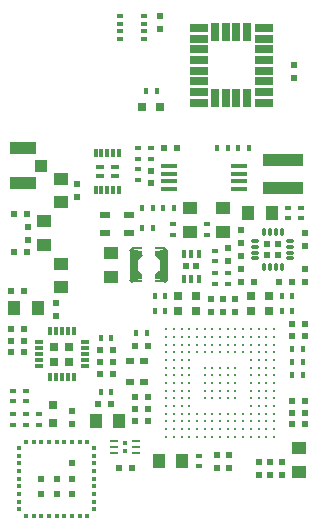
<source format=gtp>
G04 #@! TF.FileFunction,Paste,Top*
%FSLAX46Y46*%
G04 Gerber Fmt 4.6, Leading zero omitted, Abs format (unit mm)*
G04 Created by KiCad (PCBNEW 4.0.2+dfsg1-stable) date Di 04 Apr 2017 02:29:59 CEST*
%MOMM*%
G01*
G04 APERTURE LIST*
%ADD10C,0.100000*%
%ADD11R,0.900000X0.500000*%
%ADD12R,0.600000X0.500000*%
%ADD13R,1.450000X0.450000*%
%ADD14R,0.800000X0.600000*%
%ADD15R,0.500000X0.600000*%
%ADD16R,0.500000X0.350000*%
%ADD17R,0.400000X0.600000*%
%ADD18R,0.600000X0.400000*%
%ADD19O,0.750000X0.300000*%
%ADD20O,0.300000X0.750000*%
%ADD21R,0.540000X0.540000*%
%ADD22R,1.000000X1.250000*%
%ADD23R,0.300000X0.650000*%
%ADD24R,0.744000X0.465000*%
%ADD25R,0.300000X0.400000*%
%ADD26R,0.400000X0.300000*%
%ADD27R,0.500000X0.500000*%
%ADD28R,0.300000X0.730000*%
%ADD29R,0.730000X0.300000*%
%ADD30R,0.750000X0.750000*%
%ADD31R,0.350000X0.650000*%
%ADD32R,0.480000X0.600000*%
%ADD33R,1.250000X1.000000*%
%ADD34R,0.797560X0.797560*%
%ADD35R,0.762000X2.540000*%
%ADD36R,0.889000X0.254000*%
%ADD37R,0.381000X0.444500*%
%ADD38C,0.300000*%
%ADD39R,1.600000X0.700000*%
%ADD40R,0.700000X1.600000*%
%ADD41R,0.700000X0.250000*%
%ADD42R,0.366000X0.426000*%
%ADD43R,2.200000X1.050000*%
%ADD44R,1.050000X1.000000*%
%ADD45R,3.400000X0.980000*%
G04 APERTURE END LIST*
D10*
D11*
X57900000Y-99050000D03*
X57900000Y-97550000D03*
D12*
X58150000Y-119000000D03*
X57050000Y-119000000D03*
D13*
X67250000Y-95375000D03*
X67250000Y-94725000D03*
X67250000Y-94075000D03*
X67250000Y-93425000D03*
X61350000Y-93425000D03*
X61350000Y-94075000D03*
X61350000Y-94725000D03*
X61350000Y-95375000D03*
D12*
X58450000Y-108650000D03*
X59550000Y-108650000D03*
D14*
X58000000Y-109900000D03*
X59200000Y-109900000D03*
X58000000Y-111700000D03*
X59200000Y-111700000D03*
D12*
X58450000Y-115000000D03*
X59550000Y-115000000D03*
D15*
X60570000Y-81800000D03*
X60570000Y-80700000D03*
D16*
X59195000Y-82675000D03*
X59195000Y-82025000D03*
X59195000Y-81375000D03*
X59195000Y-80725000D03*
X57145000Y-82675000D03*
X57145000Y-82025000D03*
X57145000Y-81375000D03*
X57145000Y-80725000D03*
D17*
X55550000Y-107950000D03*
X56450000Y-107950000D03*
D18*
X59800000Y-91900000D03*
X59800000Y-92800000D03*
X66300000Y-102500000D03*
X66300000Y-103400000D03*
D15*
X66300000Y-100350000D03*
X66300000Y-101450000D03*
D19*
X68625000Y-99750000D03*
X68625000Y-100250000D03*
X68625000Y-100750000D03*
X68625000Y-101250000D03*
D20*
X69350000Y-101975000D03*
X69850000Y-101975000D03*
X70350000Y-101975000D03*
X70850000Y-101975000D03*
D19*
X71575000Y-101250000D03*
X71575000Y-100750000D03*
X71575000Y-100250000D03*
X71575000Y-99750000D03*
D20*
X70850000Y-99025000D03*
X70350000Y-99025000D03*
X69850000Y-99025000D03*
X69350000Y-99025000D03*
D21*
X70550000Y-100950000D03*
X70550000Y-100050000D03*
X69650000Y-100950000D03*
X69650000Y-100050000D03*
D22*
X70050000Y-97400000D03*
X68050000Y-97400000D03*
D23*
X55100000Y-95450000D03*
X55600000Y-95450000D03*
X56100000Y-95450000D03*
X56600000Y-95450000D03*
X57100000Y-95450000D03*
X57100000Y-92350000D03*
X56600000Y-92350000D03*
X56100000Y-92350000D03*
X55600000Y-92350000D03*
X55100000Y-92350000D03*
D24*
X56720000Y-93512500D03*
X55480000Y-93512500D03*
X56720000Y-94287500D03*
X55480000Y-94287500D03*
D15*
X59800000Y-93800000D03*
X59800000Y-94900000D03*
D18*
X58700000Y-94600000D03*
X58700000Y-93700000D03*
D17*
X59950000Y-98700000D03*
X59050000Y-98700000D03*
D25*
X49200000Y-123050000D03*
X49850000Y-123050000D03*
X50500000Y-123050000D03*
X51150000Y-123050000D03*
X51800000Y-123050000D03*
X52450000Y-123050000D03*
X53100000Y-123050000D03*
X53750000Y-123050000D03*
X54400000Y-123050000D03*
D26*
X54950000Y-121850000D03*
X54950000Y-121200000D03*
X54950000Y-120550000D03*
X54950000Y-119900000D03*
X54950000Y-119250000D03*
X54950000Y-118600000D03*
X54950000Y-117950000D03*
X54950000Y-117300000D03*
D25*
X54400000Y-116750000D03*
D26*
X54950000Y-122500000D03*
D25*
X53750000Y-116750000D03*
X53100000Y-116750000D03*
X52450000Y-116750000D03*
X51800000Y-116750000D03*
X51150000Y-116750000D03*
X50500000Y-116750000D03*
X49850000Y-116750000D03*
X49200000Y-116750000D03*
D26*
X48650000Y-117300000D03*
X48650000Y-117950000D03*
X48650000Y-118600000D03*
X48650000Y-119250000D03*
X48650000Y-119900000D03*
X48650000Y-120550000D03*
X48650000Y-121200000D03*
X48650000Y-121850000D03*
X48650000Y-122500000D03*
D27*
X51800000Y-119900000D03*
X51800000Y-121200000D03*
X50500000Y-119900000D03*
X50500000Y-121200000D03*
X53100000Y-119900000D03*
X53100000Y-121200000D03*
X53100000Y-118600000D03*
D12*
X49050000Y-108200000D03*
X47950000Y-108200000D03*
X71700000Y-107800000D03*
X72800000Y-107800000D03*
D15*
X53100000Y-115250000D03*
X53100000Y-114150000D03*
D18*
X49200000Y-112450000D03*
X49200000Y-113350000D03*
D17*
X60100000Y-104400000D03*
X61000000Y-104400000D03*
D12*
X56550000Y-111000000D03*
X55450000Y-111000000D03*
D18*
X48100000Y-114450000D03*
X48100000Y-115350000D03*
X50300000Y-114450000D03*
X50300000Y-115350000D03*
X48100000Y-112450000D03*
X48100000Y-113350000D03*
D28*
X53250000Y-107385000D03*
X52750000Y-107385000D03*
X52250000Y-107385000D03*
X51750000Y-107385000D03*
X51250000Y-107385000D03*
D29*
X50285000Y-108350000D03*
X50285000Y-108850000D03*
X50285000Y-109350000D03*
X50285000Y-109850000D03*
X50285000Y-110350000D03*
D28*
X51250000Y-111315000D03*
X51750000Y-111315000D03*
X52250000Y-111315000D03*
X52750000Y-111315000D03*
X53250000Y-111315000D03*
D29*
X54215000Y-110350000D03*
X54215000Y-109850000D03*
X54215000Y-109350000D03*
X54215000Y-108850000D03*
X54215000Y-108350000D03*
D30*
X51625000Y-109975000D03*
X52875000Y-109975000D03*
X51625000Y-108725000D03*
X52875000Y-108725000D03*
D31*
X62550000Y-102950000D03*
X63200000Y-102950000D03*
X63850000Y-102950000D03*
X63850000Y-100850000D03*
X63200000Y-100850000D03*
X62550000Y-100850000D03*
D32*
X63600000Y-101900000D03*
X62800000Y-101900000D03*
D12*
X60900000Y-91900000D03*
X62000000Y-91900000D03*
D33*
X63100000Y-99000000D03*
X63100000Y-97000000D03*
X56400000Y-102800000D03*
X56400000Y-100800000D03*
D15*
X67400000Y-99950000D03*
X67400000Y-98850000D03*
X67400000Y-101050000D03*
X67400000Y-102150000D03*
X72800000Y-100150000D03*
X72800000Y-99050000D03*
D12*
X68550000Y-103200000D03*
X67450000Y-103200000D03*
X70650000Y-103200000D03*
X71750000Y-103200000D03*
D15*
X72800000Y-102100000D03*
X72800000Y-103200000D03*
D12*
X49050000Y-107200000D03*
X47950000Y-107200000D03*
X49050000Y-109200000D03*
X47950000Y-109200000D03*
X56550000Y-109000000D03*
X55450000Y-109000000D03*
X49050000Y-104000000D03*
X47950000Y-104000000D03*
D15*
X51750000Y-105050000D03*
X51750000Y-106150000D03*
D12*
X55350000Y-113600000D03*
X56450000Y-113600000D03*
D15*
X68900000Y-118450000D03*
X68900000Y-119550000D03*
X69900000Y-118450000D03*
X69900000Y-119550000D03*
X70900000Y-118450000D03*
X70900000Y-119550000D03*
D12*
X59550000Y-113000000D03*
X58450000Y-113000000D03*
D15*
X64900000Y-105750000D03*
X64900000Y-104650000D03*
D12*
X71700000Y-106800000D03*
X72800000Y-106800000D03*
D15*
X65400000Y-117850000D03*
X65400000Y-118950000D03*
D12*
X71700000Y-114300000D03*
X72800000Y-114300000D03*
D15*
X66900000Y-105750000D03*
X66900000Y-104650000D03*
X66400000Y-117850000D03*
X66400000Y-118950000D03*
D12*
X71700000Y-113300000D03*
X72800000Y-113300000D03*
D15*
X65900000Y-105750000D03*
X65900000Y-104650000D03*
D12*
X58450000Y-114000000D03*
X59550000Y-114000000D03*
X71700000Y-115300000D03*
X72800000Y-115300000D03*
D34*
X69749300Y-105700000D03*
X68250700Y-105700000D03*
X69749300Y-104400000D03*
X68250700Y-104400000D03*
X62100000Y-104400000D03*
X63598600Y-104400000D03*
X62100000Y-105700000D03*
X63598600Y-105700000D03*
X51500000Y-115149300D03*
X51500000Y-113650700D03*
D18*
X58700000Y-92800000D03*
X58700000Y-91900000D03*
X71400000Y-96950000D03*
X71400000Y-97850000D03*
X72500000Y-97850000D03*
X72500000Y-96950000D03*
X64500000Y-98350000D03*
X64500000Y-99250000D03*
X65200000Y-100600000D03*
X65200000Y-101500000D03*
D17*
X71750000Y-105700000D03*
X70850000Y-105700000D03*
X60100000Y-105700000D03*
X61000000Y-105700000D03*
X71750000Y-111100000D03*
X72650000Y-111100000D03*
D11*
X55900000Y-97550000D03*
X55900000Y-99050000D03*
D12*
X56550000Y-110000000D03*
X55450000Y-110000000D03*
D17*
X55550000Y-112550000D03*
X56450000Y-112550000D03*
D33*
X72300000Y-117300000D03*
X72300000Y-119300000D03*
X65900000Y-97000000D03*
X65900000Y-99000000D03*
D17*
X61750000Y-97000000D03*
X60850000Y-97000000D03*
X72650000Y-110000000D03*
X71750000Y-110000000D03*
D35*
X60870000Y-101800000D03*
X58330000Y-101800000D03*
D36*
X60552500Y-103197000D03*
X60552500Y-100403000D03*
X58647500Y-103197000D03*
X58647500Y-100403000D03*
D37*
X60298500Y-100752250D03*
X58901500Y-100752250D03*
X58901500Y-102847750D03*
X60298500Y-102847750D03*
D10*
G36*
X60997000Y-100276038D02*
X61250962Y-100530000D01*
X60997000Y-100783962D01*
X60743038Y-100530000D01*
X60997000Y-100276038D01*
X60997000Y-100276038D01*
G37*
G36*
X60997000Y-102816038D02*
X61250962Y-103070000D01*
X60997000Y-103323962D01*
X60743038Y-103070000D01*
X60997000Y-102816038D01*
X60997000Y-102816038D01*
G37*
G36*
X58203000Y-102816038D02*
X58456962Y-103070000D01*
X58203000Y-103323962D01*
X57949038Y-103070000D01*
X58203000Y-102816038D01*
X58203000Y-102816038D01*
G37*
G36*
X58203000Y-100276038D02*
X58456962Y-100530000D01*
X58203000Y-100783962D01*
X57949038Y-100530000D01*
X58203000Y-100276038D01*
X58203000Y-100276038D01*
G37*
G36*
X60489000Y-100593737D02*
X60869763Y-100974500D01*
X60489000Y-101355263D01*
X60108237Y-100974500D01*
X60489000Y-100593737D01*
X60489000Y-100593737D01*
G37*
G36*
X60489000Y-102244737D02*
X60869763Y-102625500D01*
X60489000Y-103006263D01*
X60108237Y-102625500D01*
X60489000Y-102244737D01*
X60489000Y-102244737D01*
G37*
G36*
X58711000Y-102244737D02*
X59091763Y-102625500D01*
X58711000Y-103006263D01*
X58330237Y-102625500D01*
X58711000Y-102244737D01*
X58711000Y-102244737D01*
G37*
G36*
X58711000Y-100593737D02*
X59091763Y-100974500D01*
X58711000Y-101355263D01*
X58330237Y-100974500D01*
X58711000Y-100593737D01*
X58711000Y-100593737D01*
G37*
D22*
X55100000Y-115000000D03*
X57100000Y-115000000D03*
D17*
X71750000Y-108900000D03*
X72650000Y-108900000D03*
X67200000Y-91900000D03*
X68100000Y-91900000D03*
X65387530Y-91900000D03*
X66287530Y-91900000D03*
D38*
X65650000Y-111800000D03*
X66300000Y-111800000D03*
X66300000Y-112450000D03*
X65650000Y-112450000D03*
X65000000Y-112450000D03*
X65000000Y-111800000D03*
X65000000Y-111150000D03*
X65650000Y-111150000D03*
X66300000Y-111150000D03*
X66950000Y-111150000D03*
X66950000Y-111800000D03*
X66950000Y-112450000D03*
X66950000Y-113100000D03*
X66300000Y-113100000D03*
X65650000Y-113100000D03*
X65000000Y-113100000D03*
X64350000Y-113100000D03*
X64350000Y-112450000D03*
X64350000Y-111800000D03*
X64350000Y-111150000D03*
X64350000Y-110500000D03*
X65000000Y-110500000D03*
X65650000Y-110500000D03*
X66300000Y-110500000D03*
X66950000Y-110500000D03*
X68250000Y-114400000D03*
X68250000Y-113750000D03*
X68250000Y-113100000D03*
X68250000Y-112450000D03*
X68250000Y-111800000D03*
X68250000Y-115050000D03*
X68250000Y-115700000D03*
X68250000Y-116350000D03*
X68900000Y-113100000D03*
X69550000Y-113100000D03*
X70200000Y-113100000D03*
X70200000Y-113750000D03*
X70200000Y-114400000D03*
X70200000Y-115050000D03*
X70200000Y-115700000D03*
X70200000Y-116350000D03*
X69550000Y-116350000D03*
X68900000Y-116350000D03*
X68900000Y-115700000D03*
X69550000Y-115700000D03*
X69550000Y-115050000D03*
X68900000Y-115050000D03*
X68900000Y-114400000D03*
X69550000Y-114400000D03*
X69550000Y-113750000D03*
X68900000Y-113750000D03*
X70200000Y-112450000D03*
X69550000Y-112450000D03*
X68900000Y-112450000D03*
X68900000Y-111800000D03*
X69550000Y-111800000D03*
X70200000Y-111800000D03*
X70200000Y-111150000D03*
X69550000Y-111150000D03*
X68900000Y-111150000D03*
X68250000Y-111150000D03*
X68250000Y-110500000D03*
X68900000Y-110500000D03*
X69550000Y-110500000D03*
X70200000Y-110500000D03*
X70200000Y-109850000D03*
X69550000Y-109850000D03*
X68900000Y-109850000D03*
X68250000Y-109850000D03*
X66950000Y-109200000D03*
X66950000Y-108550000D03*
X66950000Y-107900000D03*
X66950000Y-107250000D03*
X67600000Y-107250000D03*
X68250000Y-107250000D03*
X68900000Y-107250000D03*
X69550000Y-107250000D03*
X70200000Y-107250000D03*
X70200000Y-107900000D03*
X70200000Y-108550000D03*
X70200000Y-109200000D03*
X69550000Y-109200000D03*
X68900000Y-109200000D03*
X68250000Y-109200000D03*
X67600000Y-109200000D03*
X67600000Y-108550000D03*
X67600000Y-107900000D03*
X68250000Y-107900000D03*
X68900000Y-107900000D03*
X69550000Y-107900000D03*
X69550000Y-108550000D03*
X68900000Y-108550000D03*
X68250000Y-108550000D03*
X66300000Y-107250000D03*
X65650000Y-107250000D03*
X63050000Y-110500000D03*
X62400000Y-110500000D03*
X61750000Y-110500000D03*
X61100000Y-110500000D03*
X61100000Y-109850000D03*
X61100000Y-109200000D03*
X61100000Y-108550000D03*
X61100000Y-107900000D03*
X61100000Y-107250000D03*
X61750000Y-107250000D03*
X62400000Y-107250000D03*
X63050000Y-107250000D03*
X63700000Y-107250000D03*
X64350000Y-107250000D03*
X65000000Y-107250000D03*
X66300000Y-107900000D03*
X65650000Y-107900000D03*
X65000000Y-107900000D03*
X64350000Y-107900000D03*
X63700000Y-107900000D03*
X63050000Y-107900000D03*
X62400000Y-107900000D03*
X61750000Y-107900000D03*
X61750000Y-108550000D03*
X62400000Y-108550000D03*
X63700000Y-108550000D03*
X66300000Y-109200000D03*
X65650000Y-109200000D03*
X65000000Y-109200000D03*
X64350000Y-109200000D03*
X63700000Y-109200000D03*
X63050000Y-109200000D03*
X63050000Y-109850000D03*
X62400000Y-109850000D03*
X61750000Y-109850000D03*
X61750000Y-109200000D03*
X62400000Y-109200000D03*
X63050000Y-108550000D03*
X64350000Y-108550000D03*
X65000000Y-108550000D03*
X65650000Y-108550000D03*
X66300000Y-108550000D03*
X63050000Y-111150000D03*
X63050000Y-111800000D03*
X63050000Y-112450000D03*
X63050000Y-113100000D03*
X63050000Y-113750000D03*
X63050000Y-114400000D03*
X63700000Y-114400000D03*
X64350000Y-114400000D03*
X65000000Y-114400000D03*
X67600000Y-114400000D03*
X66950000Y-114400000D03*
X66300000Y-114400000D03*
X65650000Y-114400000D03*
X67600000Y-116350000D03*
X66950000Y-116350000D03*
X66300000Y-116350000D03*
X65650000Y-116350000D03*
X65000000Y-116350000D03*
X64350000Y-116350000D03*
X63700000Y-116350000D03*
X63050000Y-116350000D03*
X62400000Y-116350000D03*
X61750000Y-116350000D03*
X61100000Y-116350000D03*
X61100000Y-115700000D03*
X61100000Y-115050000D03*
X61100000Y-113750000D03*
X61100000Y-114400000D03*
X61100000Y-113100000D03*
X61100000Y-112450000D03*
X61100000Y-111800000D03*
X61100000Y-111150000D03*
X61750000Y-111150000D03*
X61750000Y-111800000D03*
X61750000Y-112450000D03*
X61750000Y-113100000D03*
X61750000Y-113750000D03*
X61750000Y-114400000D03*
X61750000Y-115050000D03*
X61750000Y-115700000D03*
X62400000Y-115700000D03*
X63050000Y-115700000D03*
X63700000Y-115700000D03*
X64350000Y-115700000D03*
X65000000Y-115700000D03*
X65650000Y-115700000D03*
X66950000Y-115700000D03*
X66300000Y-115700000D03*
X67600000Y-115700000D03*
X67600000Y-115050000D03*
X66950000Y-115050000D03*
X66300000Y-115050000D03*
X65650000Y-115050000D03*
X65000000Y-115050000D03*
X64350000Y-115050000D03*
X63700000Y-115050000D03*
X63050000Y-115050000D03*
X62400000Y-115050000D03*
X62400000Y-114400000D03*
X62400000Y-113750000D03*
X62400000Y-113100000D03*
X62400000Y-112450000D03*
X62400000Y-111800000D03*
X62400000Y-111150000D03*
D18*
X61700000Y-99250000D03*
X61700000Y-98350000D03*
D17*
X71750000Y-104400000D03*
X70850000Y-104400000D03*
X58550000Y-107600000D03*
X59450000Y-107600000D03*
D18*
X65200000Y-102500000D03*
X65200000Y-103400000D03*
X49200000Y-114450000D03*
X49200000Y-115350000D03*
X63900000Y-117950000D03*
X63900000Y-118850000D03*
D34*
X59070000Y-88400000D03*
X60568600Y-88400000D03*
D17*
X60270000Y-87100000D03*
X59370000Y-87100000D03*
D15*
X71870000Y-84900000D03*
X71870000Y-86000000D03*
D39*
X63835000Y-81750000D03*
X63835000Y-82650000D03*
X63835000Y-83550000D03*
X63835000Y-84450000D03*
X63835000Y-85350000D03*
X63835000Y-86250000D03*
X63835000Y-87150000D03*
X63835000Y-88050000D03*
D40*
X65235000Y-87700000D03*
X66135000Y-87700000D03*
X67035000Y-87700000D03*
X67935000Y-87700000D03*
D39*
X69335000Y-88050000D03*
X69335000Y-87150000D03*
X69335000Y-86250000D03*
X69335000Y-85350000D03*
X69335000Y-84450000D03*
X69335000Y-83550000D03*
X69335000Y-82650000D03*
X69335000Y-81750000D03*
D40*
X67935000Y-82100000D03*
X67035000Y-82100000D03*
X66135000Y-82100000D03*
X65235000Y-82100000D03*
D15*
X49350000Y-99650000D03*
X49350000Y-98550000D03*
D12*
X49300000Y-97500000D03*
X48200000Y-97500000D03*
D15*
X53550000Y-96050000D03*
X53550000Y-94950000D03*
D22*
X50200000Y-105400000D03*
X48200000Y-105400000D03*
D33*
X52150000Y-101700000D03*
X52150000Y-103700000D03*
X50750000Y-98100000D03*
X50750000Y-100100000D03*
X52150000Y-94500000D03*
X52150000Y-96500000D03*
D12*
X49300000Y-100700000D03*
X48200000Y-100700000D03*
D22*
X60450000Y-118400000D03*
X62450000Y-118400000D03*
D41*
X58525000Y-117700000D03*
X58525000Y-117200000D03*
X58525000Y-116700000D03*
X56675000Y-116700000D03*
X56675000Y-117200000D03*
X56675000Y-117700000D03*
D42*
X57600000Y-116845000D03*
X57600000Y-117555000D03*
D43*
X49000000Y-91925000D03*
X49000000Y-94875000D03*
D44*
X50525000Y-93400000D03*
D17*
X59950000Y-97000000D03*
X59050000Y-97000000D03*
D45*
X71000000Y-92915000D03*
X71000000Y-95285000D03*
M02*

</source>
